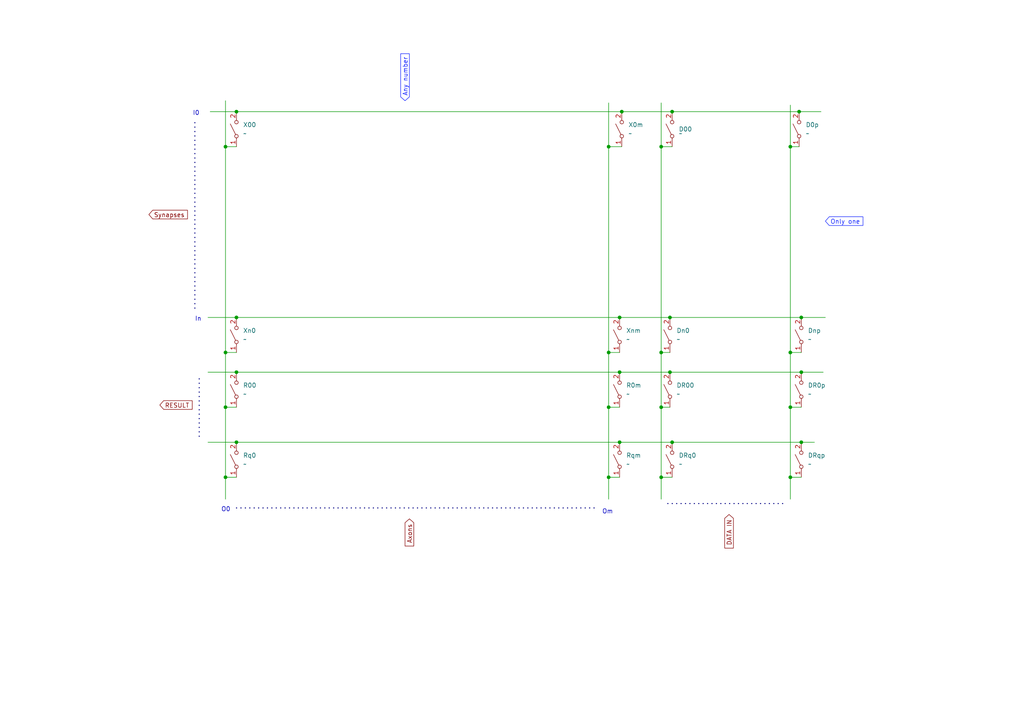
<source format=kicad_sch>
(kicad_sch (version 20230121) (generator eeschema)
  (paper "A4")
  (lib_symbols
    (symbol "Switch:SW_SPST" (pin_names (offset 0) hide)
      (property "Reference" "SW" (at 0 3.175 0))
      (property "Value" "SW_SPST" (at 0 -2.54 0))
      (symbol "SW_SPST_0_0"
        (circle (center -2.032 0) (radius 0.508))
        (polyline (pts (xy -1.524 0.254) (xy 1.524 1.778)))
        (circle (center 2.032 0) (radius 0.508))
      )
      (symbol "SW_SPST_1_1"
        (pin passive line (at -5.08 0 0) (length 2.54) (name "A") (number "1"))
        (pin passive line (at 5.08 0 180) (length 2.54) (name "B") (number "2"))
      )
    )
  )
  (junction (at 191.77 42.545))
  (junction (at 229.235 42.545))
  (junction (at 68.58 107.95))
  (junction (at 232.41 92.075))
  (junction (at 179.705 128.27))
  (junction (at 68.58 92.075))
  (junction (at 194.31 92.075))
  (junction (at 179.705 107.95))
  (junction (at 176.53 138.43))
  (junction (at 68.58 128.27))
  (junction (at 180.34 32.385))
  (junction (at 229.235 138.43))
  (junction (at 194.31 107.95))
  (junction (at 176.53 102.235))
  (junction (at 65.405 118.11))
  (junction (at 65.405 138.43))
  (junction (at 191.77 118.11))
  (junction (at 176.53 118.11))
  (junction (at 231.775 32.385))
  (junction (at 229.235 118.11))
  (junction (at 194.945 128.27))
  (junction (at 176.53 42.545))
  (junction (at 65.405 42.545))
  (junction (at 65.405 102.235))
  (junction (at 68.58 32.385))
  (junction (at 194.945 32.385))
  (junction (at 191.77 102.235))
  (junction (at 232.41 128.27))
  (junction (at 229.235 102.235))
  (junction (at 191.77 138.43))
  (junction (at 232.41 107.95))
  (junction (at 179.705 92.075))
  (wire (pts (xy 179.705 107.95) (xy 194.31 107.95)))
  (wire (pts (xy 229.235 118.11) (xy 232.41 118.11)))
  (bus (pts (xy 57.785 109.855) (xy 57.785 127)) (stroke (width 0) (type dot)))
  (bus (pts (xy 193.675 146.05) (xy 227.33 146.05)) (stroke (width 0) (type dot)))
  (wire (pts (xy 65.405 118.11) (xy 65.405 138.43)))
  (wire (pts (xy 191.77 138.43) (xy 191.77 144.78)))
  (wire (pts (xy 60.325 107.95) (xy 68.58 107.95)))
  (wire (pts (xy 68.58 107.95) (xy 179.705 107.95)))
  (wire (pts (xy 60.325 92.075) (xy 68.58 92.075)))
  (wire (pts (xy 229.235 138.43) (xy 232.41 138.43)))
  (wire (pts (xy 229.235 118.11) (xy 229.235 138.43)))
  (wire (pts (xy 65.405 102.235) (xy 68.58 102.235)))
  (wire (pts (xy 65.405 138.43) (xy 65.405 144.78)))
  (wire (pts (xy 60.325 128.27) (xy 68.58 128.27)))
  (wire (pts (xy 231.775 32.385) (xy 238.125 32.385)))
  (wire (pts (xy 65.405 29.21) (xy 65.405 42.545)))
  (wire (pts (xy 179.705 92.075) (xy 194.31 92.075)))
  (wire (pts (xy 176.53 138.43) (xy 176.53 144.78)))
  (wire (pts (xy 191.77 42.545) (xy 194.945 42.545)))
  (wire (pts (xy 232.41 92.075) (xy 239.395 92.075)))
  (wire (pts (xy 68.58 32.385) (xy 180.34 32.385)))
  (wire (pts (xy 176.53 118.11) (xy 176.53 138.43)))
  (wire (pts (xy 65.405 42.545) (xy 68.58 42.545)))
  (wire (pts (xy 229.235 138.43) (xy 229.235 144.78)))
  (wire (pts (xy 176.53 138.43) (xy 179.705 138.43)))
  (bus (pts (xy 56.515 35.56) (xy 56.515 89.535)) (stroke (width 0) (type dot)))
  (wire (pts (xy 176.53 102.235) (xy 179.705 102.235)))
  (wire (pts (xy 191.77 29.845) (xy 191.77 42.545)))
  (wire (pts (xy 176.53 118.11) (xy 179.705 118.11)))
  (wire (pts (xy 194.31 107.95) (xy 232.41 107.95)))
  (wire (pts (xy 191.77 42.545) (xy 191.77 102.235)))
  (wire (pts (xy 194.945 32.385) (xy 231.775 32.385)))
  (wire (pts (xy 60.96 32.385) (xy 68.58 32.385)))
  (wire (pts (xy 65.405 138.43) (xy 68.58 138.43)))
  (wire (pts (xy 194.945 128.27) (xy 232.41 128.27)))
  (wire (pts (xy 232.41 128.27) (xy 236.22 128.27)))
  (wire (pts (xy 191.77 102.235) (xy 194.31 102.235)))
  (wire (pts (xy 229.235 30.48) (xy 229.235 42.545)))
  (wire (pts (xy 191.77 138.43) (xy 194.945 138.43)))
  (wire (pts (xy 179.705 128.27) (xy 194.945 128.27)))
  (wire (pts (xy 68.58 128.27) (xy 179.705 128.27)))
  (wire (pts (xy 68.58 92.075) (xy 179.705 92.075)))
  (wire (pts (xy 176.53 42.545) (xy 180.34 42.545)))
  (wire (pts (xy 229.235 102.235) (xy 229.235 118.11)))
  (wire (pts (xy 180.34 32.385) (xy 194.945 32.385)))
  (wire (pts (xy 191.77 102.235) (xy 191.77 118.11)))
  (wire (pts (xy 194.31 92.075) (xy 232.41 92.075)))
  (wire (pts (xy 176.53 42.545) (xy 176.53 102.235)))
  (wire (pts (xy 65.405 42.545) (xy 65.405 102.235)))
  (wire (pts (xy 65.405 118.11) (xy 68.58 118.11)))
  (wire (pts (xy 231.775 42.545) (xy 229.235 42.545)))
  (wire (pts (xy 229.235 42.545) (xy 229.235 102.235)))
  (wire (pts (xy 194.31 118.11) (xy 191.77 118.11)))
  (wire (pts (xy 232.41 107.95) (xy 238.76 107.95)))
  (bus (pts (xy 68.58 147.32) (xy 172.72 147.32)) (stroke (width 0) (type dot)))
  (wire (pts (xy 191.77 118.11) (xy 191.77 138.43)))
  (wire (pts (xy 176.53 102.235) (xy 176.53 118.11)))
  (wire (pts (xy 176.53 29.845) (xy 176.53 42.545)))
  (wire (pts (xy 65.405 102.235) (xy 65.405 118.11)))
  (wire (pts (xy 229.235 102.235) (xy 232.41 102.235)))
  (text "Om" (at 174.625 149.225 0) (effects (font (size 1.27 1.27)) (justify left bottom)))
  (text "I0" (at 55.88 33.655 0) (effects (font (size 1.27 1.27)) (justify left bottom)))
  (text "In" (at 56.515 93.345 0) (effects (font (size 1.27 1.27)) (justify left bottom)))
  (text "O0" (at 64.135 148.59 0) (effects (font (size 1.27 1.27)) (justify left bottom)))
  (global_label "Only one" (shape input) (at 239.395 64.135 0) (property "Intersheetrefs" "${INTERSHEET_REFS}" (effects hide)))
  (global_label "RESULT" (shape input) (at 46.355 117.475 0) (property "Intersheetrefs" "${INTERSHEET_REFS}" (effects hide)))
  (global_label "Synapses" (shape input) (at 43.18 62.23 0) (property "Intersheetrefs" "${INTERSHEET_REFS}" (effects hide)))
  (global_label "Any number" (shape input) (at 117.475 29.21 90) (property "Intersheetrefs" "${INTERSHEET_REFS}" (effects hide)))
  (global_label "DATA IN" (shape input) (at 211.455 149.225 270) (property "Intersheetrefs" "${INTERSHEET_REFS}" (effects hide)))
  (global_label "Axons" (shape input) (at 118.745 150.495 270) (property "Intersheetrefs" "${INTERSHEET_REFS}" (effects hide)))
  (symbol (lib_id "Switch:SW_SPST") (at 179.705 97.155 90) (unit 1)
    (property "Reference" "Xnm" (at 181.61 95.885 90) (effects (justify right)))
    (property "Value" "~" (at 181.61 98.425 90) (effects (justify right)))
  )
  (symbol (lib_id "Switch:SW_SPST") (at 194.945 37.465 90) (unit 1)
    (property "Reference" "D00" (at 196.85 37.465 90) (effects (justify right)))
    (property "Value" "~" (at 196.85 38.735 90) (effects (justify right)))
  )
  (symbol (lib_id "Switch:SW_SPST") (at 194.31 113.03 90) (unit 1)
    (property "Reference" "DR00" (at 196.215 111.76 90) (effects (justify right)))
    (property "Value" "~" (at 196.215 114.3 90) (effects (justify right)))
  )
  (symbol (lib_id "Switch:SW_SPST") (at 232.41 97.155 90) (unit 1)
    (property "Reference" "Dnp" (at 234.315 95.885 90) (effects (justify right)))
    (property "Value" "~" (at 234.315 98.425 90) (effects (justify right)))
  )
  (symbol (lib_id "Switch:SW_SPST") (at 232.41 113.03 90) (unit 1)
    (property "Reference" "DR0p" (at 234.315 111.76 90) (effects (justify right)))
    (property "Value" "~" (at 234.315 114.3 90) (effects (justify right)))
  )
  (symbol (lib_id "Switch:SW_SPST") (at 180.34 37.465 90) (unit 1)
    (property "Reference" "X0m" (at 182.245 36.195 90) (effects (justify right)))
    (property "Value" "~" (at 182.245 38.735 90) (effects (justify right)))
  )
  (symbol (lib_id "Switch:SW_SPST") (at 231.775 37.465 90) (unit 1)
    (property "Reference" "D0p" (at 233.68 36.195 90) (effects (justify right)))
    (property "Value" "~" (at 233.68 38.735 90) (effects (justify right)))
  )
  (symbol (lib_id "Switch:SW_SPST") (at 179.705 133.35 90) (unit 1)
    (property "Reference" "Rqm" (at 181.61 132.08 90) (effects (justify right)))
    (property "Value" "~" (at 181.61 134.62 90) (effects (justify right)))
  )
  (symbol (lib_id "Switch:SW_SPST") (at 68.58 133.35 90) (unit 1)
    (property "Reference" "Rq0" (at 70.485 132.08 90) (effects (justify right)))
    (property "Value" "~" (at 70.485 134.62 90) (effects (justify right)))
  )
  (symbol (lib_id "Switch:SW_SPST") (at 194.945 133.35 90) (unit 1)
    (property "Reference" "DRq0" (at 196.85 132.08 90) (effects (justify right)))
    (property "Value" "~" (at 196.85 134.62 90) (effects (justify right)))
  )
  (symbol (lib_id "Switch:SW_SPST") (at 68.58 97.155 90) (unit 1)
    (property "Reference" "Xn0" (at 70.485 95.885 90) (effects (justify right)))
    (property "Value" "~" (at 70.485 98.425 90) (effects (justify right)))
  )
  (symbol (lib_id "Switch:SW_SPST") (at 232.41 133.35 90) (unit 1)
    (property "Reference" "DRqp" (at 234.315 132.08 90) (effects (justify right)))
    (property "Value" "~" (at 234.315 134.62 90) (effects (justify right)))
  )
  (symbol (lib_id "Switch:SW_SPST") (at 68.58 37.465 90) (unit 1)
    (property "Reference" "X00" (at 70.485 36.195 90) (effects (justify right)))
    (property "Value" "~" (at 70.485 38.735 90) (effects (justify right)))
  )
  (symbol (lib_id "Switch:SW_SPST") (at 68.58 113.03 90) (unit 1)
    (property "Reference" "R00" (at 70.485 111.76 90) (effects (justify right)))
    (property "Value" "~" (at 70.485 114.3 90) (effects (justify right)))
  )
  (symbol (lib_id "Switch:SW_SPST") (at 179.705 113.03 90) (unit 1)
    (property "Reference" "R0m" (at 181.61 111.76 90) (effects (justify right)))
    (property "Value" "~" (at 181.61 114.3 90) (effects (justify right)))
  )
  (symbol (lib_id "Switch:SW_SPST") (at 194.31 97.155 90) (unit 1)
    (property "Reference" "Dn0" (at 196.215 95.885 90) (effects (justify right)))
    (property "Value" "~" (at 196.215 98.425 90) (effects (justify right)))
  )
)
</source>
